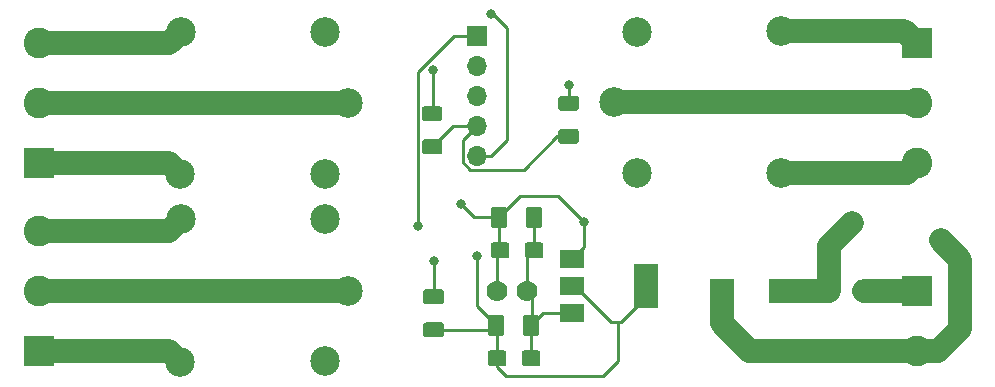
<source format=gbr>
G04 #@! TF.GenerationSoftware,KiCad,Pcbnew,(5.1.2)-2*
G04 #@! TF.CreationDate,2020-09-07T14:07:52+02:00*
G04 #@! TF.ProjectId,KernadouDomoRelay,4b65726e-6164-46f7-9544-6f6d6f52656c,0.1*
G04 #@! TF.SameCoordinates,Original*
G04 #@! TF.FileFunction,Copper,L2,Bot*
G04 #@! TF.FilePolarity,Positive*
%FSLAX46Y46*%
G04 Gerber Fmt 4.6, Leading zero omitted, Abs format (unit mm)*
G04 Created by KiCad (PCBNEW (5.1.2)-2) date 2020-09-07 14:07:52*
%MOMM*%
%LPD*%
G04 APERTURE LIST*
%ADD10O,1.700000X1.700000*%
%ADD11R,1.700000X1.700000*%
%ADD12C,0.100000*%
%ADD13C,1.350000*%
%ADD14R,2.000000X2.000000*%
%ADD15C,1.778000*%
%ADD16C,1.800000*%
%ADD17C,1.250000*%
%ADD18C,2.500000*%
%ADD19C,2.600000*%
%ADD20R,2.600000X2.600000*%
%ADD21C,1.425000*%
%ADD22R,2.000000X1.500000*%
%ADD23R,2.000000X3.800000*%
%ADD24C,0.800000*%
%ADD25C,0.250000*%
%ADD26C,2.000000*%
G04 APERTURE END LIST*
D10*
X64389000Y-47625000D03*
X64389000Y-45085000D03*
X64389000Y-42545000D03*
X64389000Y-40005000D03*
D11*
X64389000Y-37465000D03*
D12*
G36*
X69777005Y-54952204D02*
G01*
X69801273Y-54955804D01*
X69825072Y-54961765D01*
X69848171Y-54970030D01*
X69870350Y-54980520D01*
X69891393Y-54993132D01*
X69911099Y-55007747D01*
X69929277Y-55024223D01*
X69945753Y-55042401D01*
X69960368Y-55062107D01*
X69972980Y-55083150D01*
X69983470Y-55105329D01*
X69991735Y-55128428D01*
X69997696Y-55152227D01*
X70001296Y-55176495D01*
X70002500Y-55200999D01*
X70002500Y-56051001D01*
X70001296Y-56075505D01*
X69997696Y-56099773D01*
X69991735Y-56123572D01*
X69983470Y-56146671D01*
X69972980Y-56168850D01*
X69960368Y-56189893D01*
X69945753Y-56209599D01*
X69929277Y-56227777D01*
X69911099Y-56244253D01*
X69891393Y-56258868D01*
X69870350Y-56271480D01*
X69848171Y-56281970D01*
X69825072Y-56290235D01*
X69801273Y-56296196D01*
X69777005Y-56299796D01*
X69752501Y-56301000D01*
X68677499Y-56301000D01*
X68652995Y-56299796D01*
X68628727Y-56296196D01*
X68604928Y-56290235D01*
X68581829Y-56281970D01*
X68559650Y-56271480D01*
X68538607Y-56258868D01*
X68518901Y-56244253D01*
X68500723Y-56227777D01*
X68484247Y-56209599D01*
X68469632Y-56189893D01*
X68457020Y-56168850D01*
X68446530Y-56146671D01*
X68438265Y-56123572D01*
X68432304Y-56099773D01*
X68428704Y-56075505D01*
X68427500Y-56051001D01*
X68427500Y-55200999D01*
X68428704Y-55176495D01*
X68432304Y-55152227D01*
X68438265Y-55128428D01*
X68446530Y-55105329D01*
X68457020Y-55083150D01*
X68469632Y-55062107D01*
X68484247Y-55042401D01*
X68500723Y-55024223D01*
X68518901Y-55007747D01*
X68538607Y-54993132D01*
X68559650Y-54980520D01*
X68581829Y-54970030D01*
X68604928Y-54961765D01*
X68628727Y-54955804D01*
X68652995Y-54952204D01*
X68677499Y-54951000D01*
X69752501Y-54951000D01*
X69777005Y-54952204D01*
X69777005Y-54952204D01*
G37*
D13*
X69215000Y-55626000D03*
D12*
G36*
X66902005Y-54952204D02*
G01*
X66926273Y-54955804D01*
X66950072Y-54961765D01*
X66973171Y-54970030D01*
X66995350Y-54980520D01*
X67016393Y-54993132D01*
X67036099Y-55007747D01*
X67054277Y-55024223D01*
X67070753Y-55042401D01*
X67085368Y-55062107D01*
X67097980Y-55083150D01*
X67108470Y-55105329D01*
X67116735Y-55128428D01*
X67122696Y-55152227D01*
X67126296Y-55176495D01*
X67127500Y-55200999D01*
X67127500Y-56051001D01*
X67126296Y-56075505D01*
X67122696Y-56099773D01*
X67116735Y-56123572D01*
X67108470Y-56146671D01*
X67097980Y-56168850D01*
X67085368Y-56189893D01*
X67070753Y-56209599D01*
X67054277Y-56227777D01*
X67036099Y-56244253D01*
X67016393Y-56258868D01*
X66995350Y-56271480D01*
X66973171Y-56281970D01*
X66950072Y-56290235D01*
X66926273Y-56296196D01*
X66902005Y-56299796D01*
X66877501Y-56301000D01*
X65802499Y-56301000D01*
X65777995Y-56299796D01*
X65753727Y-56296196D01*
X65729928Y-56290235D01*
X65706829Y-56281970D01*
X65684650Y-56271480D01*
X65663607Y-56258868D01*
X65643901Y-56244253D01*
X65625723Y-56227777D01*
X65609247Y-56209599D01*
X65594632Y-56189893D01*
X65582020Y-56168850D01*
X65571530Y-56146671D01*
X65563265Y-56123572D01*
X65557304Y-56099773D01*
X65553704Y-56075505D01*
X65552500Y-56051001D01*
X65552500Y-55200999D01*
X65553704Y-55176495D01*
X65557304Y-55152227D01*
X65563265Y-55128428D01*
X65571530Y-55105329D01*
X65582020Y-55083150D01*
X65594632Y-55062107D01*
X65609247Y-55042401D01*
X65625723Y-55024223D01*
X65643901Y-55007747D01*
X65663607Y-54993132D01*
X65684650Y-54980520D01*
X65706829Y-54970030D01*
X65729928Y-54961765D01*
X65753727Y-54955804D01*
X65777995Y-54952204D01*
X65802499Y-54951000D01*
X66877501Y-54951000D01*
X66902005Y-54952204D01*
X66902005Y-54952204D01*
G37*
D13*
X66340000Y-55626000D03*
D12*
G36*
X69523005Y-64096204D02*
G01*
X69547273Y-64099804D01*
X69571072Y-64105765D01*
X69594171Y-64114030D01*
X69616350Y-64124520D01*
X69637393Y-64137132D01*
X69657099Y-64151747D01*
X69675277Y-64168223D01*
X69691753Y-64186401D01*
X69706368Y-64206107D01*
X69718980Y-64227150D01*
X69729470Y-64249329D01*
X69737735Y-64272428D01*
X69743696Y-64296227D01*
X69747296Y-64320495D01*
X69748500Y-64344999D01*
X69748500Y-65195001D01*
X69747296Y-65219505D01*
X69743696Y-65243773D01*
X69737735Y-65267572D01*
X69729470Y-65290671D01*
X69718980Y-65312850D01*
X69706368Y-65333893D01*
X69691753Y-65353599D01*
X69675277Y-65371777D01*
X69657099Y-65388253D01*
X69637393Y-65402868D01*
X69616350Y-65415480D01*
X69594171Y-65425970D01*
X69571072Y-65434235D01*
X69547273Y-65440196D01*
X69523005Y-65443796D01*
X69498501Y-65445000D01*
X68423499Y-65445000D01*
X68398995Y-65443796D01*
X68374727Y-65440196D01*
X68350928Y-65434235D01*
X68327829Y-65425970D01*
X68305650Y-65415480D01*
X68284607Y-65402868D01*
X68264901Y-65388253D01*
X68246723Y-65371777D01*
X68230247Y-65353599D01*
X68215632Y-65333893D01*
X68203020Y-65312850D01*
X68192530Y-65290671D01*
X68184265Y-65267572D01*
X68178304Y-65243773D01*
X68174704Y-65219505D01*
X68173500Y-65195001D01*
X68173500Y-64344999D01*
X68174704Y-64320495D01*
X68178304Y-64296227D01*
X68184265Y-64272428D01*
X68192530Y-64249329D01*
X68203020Y-64227150D01*
X68215632Y-64206107D01*
X68230247Y-64186401D01*
X68246723Y-64168223D01*
X68264901Y-64151747D01*
X68284607Y-64137132D01*
X68305650Y-64124520D01*
X68327829Y-64114030D01*
X68350928Y-64105765D01*
X68374727Y-64099804D01*
X68398995Y-64096204D01*
X68423499Y-64095000D01*
X69498501Y-64095000D01*
X69523005Y-64096204D01*
X69523005Y-64096204D01*
G37*
D13*
X68961000Y-64770000D03*
D12*
G36*
X66648005Y-64096204D02*
G01*
X66672273Y-64099804D01*
X66696072Y-64105765D01*
X66719171Y-64114030D01*
X66741350Y-64124520D01*
X66762393Y-64137132D01*
X66782099Y-64151747D01*
X66800277Y-64168223D01*
X66816753Y-64186401D01*
X66831368Y-64206107D01*
X66843980Y-64227150D01*
X66854470Y-64249329D01*
X66862735Y-64272428D01*
X66868696Y-64296227D01*
X66872296Y-64320495D01*
X66873500Y-64344999D01*
X66873500Y-65195001D01*
X66872296Y-65219505D01*
X66868696Y-65243773D01*
X66862735Y-65267572D01*
X66854470Y-65290671D01*
X66843980Y-65312850D01*
X66831368Y-65333893D01*
X66816753Y-65353599D01*
X66800277Y-65371777D01*
X66782099Y-65388253D01*
X66762393Y-65402868D01*
X66741350Y-65415480D01*
X66719171Y-65425970D01*
X66696072Y-65434235D01*
X66672273Y-65440196D01*
X66648005Y-65443796D01*
X66623501Y-65445000D01*
X65548499Y-65445000D01*
X65523995Y-65443796D01*
X65499727Y-65440196D01*
X65475928Y-65434235D01*
X65452829Y-65425970D01*
X65430650Y-65415480D01*
X65409607Y-65402868D01*
X65389901Y-65388253D01*
X65371723Y-65371777D01*
X65355247Y-65353599D01*
X65340632Y-65333893D01*
X65328020Y-65312850D01*
X65317530Y-65290671D01*
X65309265Y-65267572D01*
X65303304Y-65243773D01*
X65299704Y-65219505D01*
X65298500Y-65195001D01*
X65298500Y-64344999D01*
X65299704Y-64320495D01*
X65303304Y-64296227D01*
X65309265Y-64272428D01*
X65317530Y-64249329D01*
X65328020Y-64227150D01*
X65340632Y-64206107D01*
X65355247Y-64186401D01*
X65371723Y-64168223D01*
X65389901Y-64151747D01*
X65409607Y-64137132D01*
X65430650Y-64124520D01*
X65452829Y-64114030D01*
X65475928Y-64105765D01*
X65499727Y-64099804D01*
X65523995Y-64096204D01*
X65548499Y-64095000D01*
X66623501Y-64095000D01*
X66648005Y-64096204D01*
X66648005Y-64096204D01*
G37*
D13*
X66086000Y-64770000D03*
D14*
X85091000Y-59054000D03*
X90091000Y-59054000D03*
D15*
X68591000Y-59054000D03*
X66091000Y-59054000D03*
D16*
X103639000Y-54790000D03*
X96139000Y-53340000D03*
D12*
G36*
X72785504Y-42553204D02*
G01*
X72809773Y-42556804D01*
X72833571Y-42562765D01*
X72856671Y-42571030D01*
X72878849Y-42581520D01*
X72899893Y-42594133D01*
X72919598Y-42608747D01*
X72937777Y-42625223D01*
X72954253Y-42643402D01*
X72968867Y-42663107D01*
X72981480Y-42684151D01*
X72991970Y-42706329D01*
X73000235Y-42729429D01*
X73006196Y-42753227D01*
X73009796Y-42777496D01*
X73011000Y-42802000D01*
X73011000Y-43552000D01*
X73009796Y-43576504D01*
X73006196Y-43600773D01*
X73000235Y-43624571D01*
X72991970Y-43647671D01*
X72981480Y-43669849D01*
X72968867Y-43690893D01*
X72954253Y-43710598D01*
X72937777Y-43728777D01*
X72919598Y-43745253D01*
X72899893Y-43759867D01*
X72878849Y-43772480D01*
X72856671Y-43782970D01*
X72833571Y-43791235D01*
X72809773Y-43797196D01*
X72785504Y-43800796D01*
X72761000Y-43802000D01*
X71511000Y-43802000D01*
X71486496Y-43800796D01*
X71462227Y-43797196D01*
X71438429Y-43791235D01*
X71415329Y-43782970D01*
X71393151Y-43772480D01*
X71372107Y-43759867D01*
X71352402Y-43745253D01*
X71334223Y-43728777D01*
X71317747Y-43710598D01*
X71303133Y-43690893D01*
X71290520Y-43669849D01*
X71280030Y-43647671D01*
X71271765Y-43624571D01*
X71265804Y-43600773D01*
X71262204Y-43576504D01*
X71261000Y-43552000D01*
X71261000Y-42802000D01*
X71262204Y-42777496D01*
X71265804Y-42753227D01*
X71271765Y-42729429D01*
X71280030Y-42706329D01*
X71290520Y-42684151D01*
X71303133Y-42663107D01*
X71317747Y-42643402D01*
X71334223Y-42625223D01*
X71352402Y-42608747D01*
X71372107Y-42594133D01*
X71393151Y-42581520D01*
X71415329Y-42571030D01*
X71438429Y-42562765D01*
X71462227Y-42556804D01*
X71486496Y-42553204D01*
X71511000Y-42552000D01*
X72761000Y-42552000D01*
X72785504Y-42553204D01*
X72785504Y-42553204D01*
G37*
D17*
X72136000Y-43177000D03*
D12*
G36*
X72785504Y-45353204D02*
G01*
X72809773Y-45356804D01*
X72833571Y-45362765D01*
X72856671Y-45371030D01*
X72878849Y-45381520D01*
X72899893Y-45394133D01*
X72919598Y-45408747D01*
X72937777Y-45425223D01*
X72954253Y-45443402D01*
X72968867Y-45463107D01*
X72981480Y-45484151D01*
X72991970Y-45506329D01*
X73000235Y-45529429D01*
X73006196Y-45553227D01*
X73009796Y-45577496D01*
X73011000Y-45602000D01*
X73011000Y-46352000D01*
X73009796Y-46376504D01*
X73006196Y-46400773D01*
X73000235Y-46424571D01*
X72991970Y-46447671D01*
X72981480Y-46469849D01*
X72968867Y-46490893D01*
X72954253Y-46510598D01*
X72937777Y-46528777D01*
X72919598Y-46545253D01*
X72899893Y-46559867D01*
X72878849Y-46572480D01*
X72856671Y-46582970D01*
X72833571Y-46591235D01*
X72809773Y-46597196D01*
X72785504Y-46600796D01*
X72761000Y-46602000D01*
X71511000Y-46602000D01*
X71486496Y-46600796D01*
X71462227Y-46597196D01*
X71438429Y-46591235D01*
X71415329Y-46582970D01*
X71393151Y-46572480D01*
X71372107Y-46559867D01*
X71352402Y-46545253D01*
X71334223Y-46528777D01*
X71317747Y-46510598D01*
X71303133Y-46490893D01*
X71290520Y-46469849D01*
X71280030Y-46447671D01*
X71271765Y-46424571D01*
X71265804Y-46400773D01*
X71262204Y-46376504D01*
X71261000Y-46352000D01*
X71261000Y-45602000D01*
X71262204Y-45577496D01*
X71265804Y-45553227D01*
X71271765Y-45529429D01*
X71280030Y-45506329D01*
X71290520Y-45484151D01*
X71303133Y-45463107D01*
X71317747Y-45443402D01*
X71334223Y-45425223D01*
X71352402Y-45408747D01*
X71372107Y-45394133D01*
X71393151Y-45381520D01*
X71415329Y-45371030D01*
X71438429Y-45362765D01*
X71462227Y-45356804D01*
X71486496Y-45353204D01*
X71511000Y-45352000D01*
X72761000Y-45352000D01*
X72785504Y-45353204D01*
X72785504Y-45353204D01*
G37*
D17*
X72136000Y-45977000D03*
D12*
G36*
X61355504Y-58933204D02*
G01*
X61379773Y-58936804D01*
X61403571Y-58942765D01*
X61426671Y-58951030D01*
X61448849Y-58961520D01*
X61469893Y-58974133D01*
X61489598Y-58988747D01*
X61507777Y-59005223D01*
X61524253Y-59023402D01*
X61538867Y-59043107D01*
X61551480Y-59064151D01*
X61561970Y-59086329D01*
X61570235Y-59109429D01*
X61576196Y-59133227D01*
X61579796Y-59157496D01*
X61581000Y-59182000D01*
X61581000Y-59932000D01*
X61579796Y-59956504D01*
X61576196Y-59980773D01*
X61570235Y-60004571D01*
X61561970Y-60027671D01*
X61551480Y-60049849D01*
X61538867Y-60070893D01*
X61524253Y-60090598D01*
X61507777Y-60108777D01*
X61489598Y-60125253D01*
X61469893Y-60139867D01*
X61448849Y-60152480D01*
X61426671Y-60162970D01*
X61403571Y-60171235D01*
X61379773Y-60177196D01*
X61355504Y-60180796D01*
X61331000Y-60182000D01*
X60081000Y-60182000D01*
X60056496Y-60180796D01*
X60032227Y-60177196D01*
X60008429Y-60171235D01*
X59985329Y-60162970D01*
X59963151Y-60152480D01*
X59942107Y-60139867D01*
X59922402Y-60125253D01*
X59904223Y-60108777D01*
X59887747Y-60090598D01*
X59873133Y-60070893D01*
X59860520Y-60049849D01*
X59850030Y-60027671D01*
X59841765Y-60004571D01*
X59835804Y-59980773D01*
X59832204Y-59956504D01*
X59831000Y-59932000D01*
X59831000Y-59182000D01*
X59832204Y-59157496D01*
X59835804Y-59133227D01*
X59841765Y-59109429D01*
X59850030Y-59086329D01*
X59860520Y-59064151D01*
X59873133Y-59043107D01*
X59887747Y-59023402D01*
X59904223Y-59005223D01*
X59922402Y-58988747D01*
X59942107Y-58974133D01*
X59963151Y-58961520D01*
X59985329Y-58951030D01*
X60008429Y-58942765D01*
X60032227Y-58936804D01*
X60056496Y-58933204D01*
X60081000Y-58932000D01*
X61331000Y-58932000D01*
X61355504Y-58933204D01*
X61355504Y-58933204D01*
G37*
D17*
X60706000Y-59557000D03*
D12*
G36*
X61355504Y-61733204D02*
G01*
X61379773Y-61736804D01*
X61403571Y-61742765D01*
X61426671Y-61751030D01*
X61448849Y-61761520D01*
X61469893Y-61774133D01*
X61489598Y-61788747D01*
X61507777Y-61805223D01*
X61524253Y-61823402D01*
X61538867Y-61843107D01*
X61551480Y-61864151D01*
X61561970Y-61886329D01*
X61570235Y-61909429D01*
X61576196Y-61933227D01*
X61579796Y-61957496D01*
X61581000Y-61982000D01*
X61581000Y-62732000D01*
X61579796Y-62756504D01*
X61576196Y-62780773D01*
X61570235Y-62804571D01*
X61561970Y-62827671D01*
X61551480Y-62849849D01*
X61538867Y-62870893D01*
X61524253Y-62890598D01*
X61507777Y-62908777D01*
X61489598Y-62925253D01*
X61469893Y-62939867D01*
X61448849Y-62952480D01*
X61426671Y-62962970D01*
X61403571Y-62971235D01*
X61379773Y-62977196D01*
X61355504Y-62980796D01*
X61331000Y-62982000D01*
X60081000Y-62982000D01*
X60056496Y-62980796D01*
X60032227Y-62977196D01*
X60008429Y-62971235D01*
X59985329Y-62962970D01*
X59963151Y-62952480D01*
X59942107Y-62939867D01*
X59922402Y-62925253D01*
X59904223Y-62908777D01*
X59887747Y-62890598D01*
X59873133Y-62870893D01*
X59860520Y-62849849D01*
X59850030Y-62827671D01*
X59841765Y-62804571D01*
X59835804Y-62780773D01*
X59832204Y-62756504D01*
X59831000Y-62732000D01*
X59831000Y-61982000D01*
X59832204Y-61957496D01*
X59835804Y-61933227D01*
X59841765Y-61909429D01*
X59850030Y-61886329D01*
X59860520Y-61864151D01*
X59873133Y-61843107D01*
X59887747Y-61823402D01*
X59904223Y-61805223D01*
X59922402Y-61788747D01*
X59942107Y-61774133D01*
X59963151Y-61761520D01*
X59985329Y-61751030D01*
X60008429Y-61742765D01*
X60032227Y-61736804D01*
X60056496Y-61733204D01*
X60081000Y-61732000D01*
X61331000Y-61732000D01*
X61355504Y-61733204D01*
X61355504Y-61733204D01*
G37*
D17*
X60706000Y-62357000D03*
D18*
X75946000Y-43053000D03*
X77896000Y-37103000D03*
X90146000Y-37053000D03*
X90096000Y-49103000D03*
X77896000Y-49103000D03*
X53467000Y-59055000D03*
X51517000Y-65005000D03*
X39267000Y-65055000D03*
X39317000Y-53005000D03*
X51517000Y-53005000D03*
D19*
X101600000Y-48260000D03*
X101600000Y-43180000D03*
D20*
X101600000Y-38100000D03*
D19*
X101600000Y-64135000D03*
D20*
X101600000Y-59055000D03*
D19*
X27305000Y-53975000D03*
X27305000Y-59055000D03*
D20*
X27305000Y-64135000D03*
D19*
X27305000Y-38100000D03*
X27305000Y-43180000D03*
D20*
X27305000Y-48260000D03*
D12*
G36*
X94667004Y-58181204D02*
G01*
X94691273Y-58184804D01*
X94715071Y-58190765D01*
X94738171Y-58199030D01*
X94760349Y-58209520D01*
X94781393Y-58222133D01*
X94801098Y-58236747D01*
X94819277Y-58253223D01*
X94835753Y-58271402D01*
X94850367Y-58291107D01*
X94862980Y-58312151D01*
X94873470Y-58334329D01*
X94881735Y-58357429D01*
X94887696Y-58381227D01*
X94891296Y-58405496D01*
X94892500Y-58430000D01*
X94892500Y-59680000D01*
X94891296Y-59704504D01*
X94887696Y-59728773D01*
X94881735Y-59752571D01*
X94873470Y-59775671D01*
X94862980Y-59797849D01*
X94850367Y-59818893D01*
X94835753Y-59838598D01*
X94819277Y-59856777D01*
X94801098Y-59873253D01*
X94781393Y-59887867D01*
X94760349Y-59900480D01*
X94738171Y-59910970D01*
X94715071Y-59919235D01*
X94691273Y-59925196D01*
X94667004Y-59928796D01*
X94642500Y-59930000D01*
X93717500Y-59930000D01*
X93692996Y-59928796D01*
X93668727Y-59925196D01*
X93644929Y-59919235D01*
X93621829Y-59910970D01*
X93599651Y-59900480D01*
X93578607Y-59887867D01*
X93558902Y-59873253D01*
X93540723Y-59856777D01*
X93524247Y-59838598D01*
X93509633Y-59818893D01*
X93497020Y-59797849D01*
X93486530Y-59775671D01*
X93478265Y-59752571D01*
X93472304Y-59728773D01*
X93468704Y-59704504D01*
X93467500Y-59680000D01*
X93467500Y-58430000D01*
X93468704Y-58405496D01*
X93472304Y-58381227D01*
X93478265Y-58357429D01*
X93486530Y-58334329D01*
X93497020Y-58312151D01*
X93509633Y-58291107D01*
X93524247Y-58271402D01*
X93540723Y-58253223D01*
X93558902Y-58236747D01*
X93578607Y-58222133D01*
X93599651Y-58209520D01*
X93621829Y-58199030D01*
X93644929Y-58190765D01*
X93668727Y-58184804D01*
X93692996Y-58181204D01*
X93717500Y-58180000D01*
X94642500Y-58180000D01*
X94667004Y-58181204D01*
X94667004Y-58181204D01*
G37*
D21*
X94180000Y-59055000D03*
D12*
G36*
X97642004Y-58181204D02*
G01*
X97666273Y-58184804D01*
X97690071Y-58190765D01*
X97713171Y-58199030D01*
X97735349Y-58209520D01*
X97756393Y-58222133D01*
X97776098Y-58236747D01*
X97794277Y-58253223D01*
X97810753Y-58271402D01*
X97825367Y-58291107D01*
X97837980Y-58312151D01*
X97848470Y-58334329D01*
X97856735Y-58357429D01*
X97862696Y-58381227D01*
X97866296Y-58405496D01*
X97867500Y-58430000D01*
X97867500Y-59680000D01*
X97866296Y-59704504D01*
X97862696Y-59728773D01*
X97856735Y-59752571D01*
X97848470Y-59775671D01*
X97837980Y-59797849D01*
X97825367Y-59818893D01*
X97810753Y-59838598D01*
X97794277Y-59856777D01*
X97776098Y-59873253D01*
X97756393Y-59887867D01*
X97735349Y-59900480D01*
X97713171Y-59910970D01*
X97690071Y-59919235D01*
X97666273Y-59925196D01*
X97642004Y-59928796D01*
X97617500Y-59930000D01*
X96692500Y-59930000D01*
X96667996Y-59928796D01*
X96643727Y-59925196D01*
X96619929Y-59919235D01*
X96596829Y-59910970D01*
X96574651Y-59900480D01*
X96553607Y-59887867D01*
X96533902Y-59873253D01*
X96515723Y-59856777D01*
X96499247Y-59838598D01*
X96484633Y-59818893D01*
X96472020Y-59797849D01*
X96461530Y-59775671D01*
X96453265Y-59752571D01*
X96447304Y-59728773D01*
X96443704Y-59704504D01*
X96442500Y-59680000D01*
X96442500Y-58430000D01*
X96443704Y-58405496D01*
X96447304Y-58381227D01*
X96453265Y-58357429D01*
X96461530Y-58334329D01*
X96472020Y-58312151D01*
X96484633Y-58291107D01*
X96499247Y-58271402D01*
X96515723Y-58253223D01*
X96533902Y-58236747D01*
X96553607Y-58222133D01*
X96574651Y-58209520D01*
X96596829Y-58199030D01*
X96619929Y-58190765D01*
X96643727Y-58184804D01*
X96667996Y-58181204D01*
X96692500Y-58180000D01*
X97617500Y-58180000D01*
X97642004Y-58181204D01*
X97642004Y-58181204D01*
G37*
D21*
X97155000Y-59055000D03*
D12*
G36*
X69702004Y-51958204D02*
G01*
X69726273Y-51961804D01*
X69750071Y-51967765D01*
X69773171Y-51976030D01*
X69795349Y-51986520D01*
X69816393Y-51999133D01*
X69836098Y-52013747D01*
X69854277Y-52030223D01*
X69870753Y-52048402D01*
X69885367Y-52068107D01*
X69897980Y-52089151D01*
X69908470Y-52111329D01*
X69916735Y-52134429D01*
X69922696Y-52158227D01*
X69926296Y-52182496D01*
X69927500Y-52207000D01*
X69927500Y-53457000D01*
X69926296Y-53481504D01*
X69922696Y-53505773D01*
X69916735Y-53529571D01*
X69908470Y-53552671D01*
X69897980Y-53574849D01*
X69885367Y-53595893D01*
X69870753Y-53615598D01*
X69854277Y-53633777D01*
X69836098Y-53650253D01*
X69816393Y-53664867D01*
X69795349Y-53677480D01*
X69773171Y-53687970D01*
X69750071Y-53696235D01*
X69726273Y-53702196D01*
X69702004Y-53705796D01*
X69677500Y-53707000D01*
X68752500Y-53707000D01*
X68727996Y-53705796D01*
X68703727Y-53702196D01*
X68679929Y-53696235D01*
X68656829Y-53687970D01*
X68634651Y-53677480D01*
X68613607Y-53664867D01*
X68593902Y-53650253D01*
X68575723Y-53633777D01*
X68559247Y-53615598D01*
X68544633Y-53595893D01*
X68532020Y-53574849D01*
X68521530Y-53552671D01*
X68513265Y-53529571D01*
X68507304Y-53505773D01*
X68503704Y-53481504D01*
X68502500Y-53457000D01*
X68502500Y-52207000D01*
X68503704Y-52182496D01*
X68507304Y-52158227D01*
X68513265Y-52134429D01*
X68521530Y-52111329D01*
X68532020Y-52089151D01*
X68544633Y-52068107D01*
X68559247Y-52048402D01*
X68575723Y-52030223D01*
X68593902Y-52013747D01*
X68613607Y-51999133D01*
X68634651Y-51986520D01*
X68656829Y-51976030D01*
X68679929Y-51967765D01*
X68703727Y-51961804D01*
X68727996Y-51958204D01*
X68752500Y-51957000D01*
X69677500Y-51957000D01*
X69702004Y-51958204D01*
X69702004Y-51958204D01*
G37*
D21*
X69215000Y-52832000D03*
D12*
G36*
X66727004Y-51958204D02*
G01*
X66751273Y-51961804D01*
X66775071Y-51967765D01*
X66798171Y-51976030D01*
X66820349Y-51986520D01*
X66841393Y-51999133D01*
X66861098Y-52013747D01*
X66879277Y-52030223D01*
X66895753Y-52048402D01*
X66910367Y-52068107D01*
X66922980Y-52089151D01*
X66933470Y-52111329D01*
X66941735Y-52134429D01*
X66947696Y-52158227D01*
X66951296Y-52182496D01*
X66952500Y-52207000D01*
X66952500Y-53457000D01*
X66951296Y-53481504D01*
X66947696Y-53505773D01*
X66941735Y-53529571D01*
X66933470Y-53552671D01*
X66922980Y-53574849D01*
X66910367Y-53595893D01*
X66895753Y-53615598D01*
X66879277Y-53633777D01*
X66861098Y-53650253D01*
X66841393Y-53664867D01*
X66820349Y-53677480D01*
X66798171Y-53687970D01*
X66775071Y-53696235D01*
X66751273Y-53702196D01*
X66727004Y-53705796D01*
X66702500Y-53707000D01*
X65777500Y-53707000D01*
X65752996Y-53705796D01*
X65728727Y-53702196D01*
X65704929Y-53696235D01*
X65681829Y-53687970D01*
X65659651Y-53677480D01*
X65638607Y-53664867D01*
X65618902Y-53650253D01*
X65600723Y-53633777D01*
X65584247Y-53615598D01*
X65569633Y-53595893D01*
X65557020Y-53574849D01*
X65546530Y-53552671D01*
X65538265Y-53529571D01*
X65532304Y-53505773D01*
X65528704Y-53481504D01*
X65527500Y-53457000D01*
X65527500Y-52207000D01*
X65528704Y-52182496D01*
X65532304Y-52158227D01*
X65538265Y-52134429D01*
X65546530Y-52111329D01*
X65557020Y-52089151D01*
X65569633Y-52068107D01*
X65584247Y-52048402D01*
X65600723Y-52030223D01*
X65618902Y-52013747D01*
X65638607Y-51999133D01*
X65659651Y-51986520D01*
X65681829Y-51976030D01*
X65704929Y-51967765D01*
X65728727Y-51961804D01*
X65752996Y-51958204D01*
X65777500Y-51957000D01*
X66702500Y-51957000D01*
X66727004Y-51958204D01*
X66727004Y-51958204D01*
G37*
D21*
X66240000Y-52832000D03*
D12*
G36*
X69448004Y-61102204D02*
G01*
X69472273Y-61105804D01*
X69496071Y-61111765D01*
X69519171Y-61120030D01*
X69541349Y-61130520D01*
X69562393Y-61143133D01*
X69582098Y-61157747D01*
X69600277Y-61174223D01*
X69616753Y-61192402D01*
X69631367Y-61212107D01*
X69643980Y-61233151D01*
X69654470Y-61255329D01*
X69662735Y-61278429D01*
X69668696Y-61302227D01*
X69672296Y-61326496D01*
X69673500Y-61351000D01*
X69673500Y-62601000D01*
X69672296Y-62625504D01*
X69668696Y-62649773D01*
X69662735Y-62673571D01*
X69654470Y-62696671D01*
X69643980Y-62718849D01*
X69631367Y-62739893D01*
X69616753Y-62759598D01*
X69600277Y-62777777D01*
X69582098Y-62794253D01*
X69562393Y-62808867D01*
X69541349Y-62821480D01*
X69519171Y-62831970D01*
X69496071Y-62840235D01*
X69472273Y-62846196D01*
X69448004Y-62849796D01*
X69423500Y-62851000D01*
X68498500Y-62851000D01*
X68473996Y-62849796D01*
X68449727Y-62846196D01*
X68425929Y-62840235D01*
X68402829Y-62831970D01*
X68380651Y-62821480D01*
X68359607Y-62808867D01*
X68339902Y-62794253D01*
X68321723Y-62777777D01*
X68305247Y-62759598D01*
X68290633Y-62739893D01*
X68278020Y-62718849D01*
X68267530Y-62696671D01*
X68259265Y-62673571D01*
X68253304Y-62649773D01*
X68249704Y-62625504D01*
X68248500Y-62601000D01*
X68248500Y-61351000D01*
X68249704Y-61326496D01*
X68253304Y-61302227D01*
X68259265Y-61278429D01*
X68267530Y-61255329D01*
X68278020Y-61233151D01*
X68290633Y-61212107D01*
X68305247Y-61192402D01*
X68321723Y-61174223D01*
X68339902Y-61157747D01*
X68359607Y-61143133D01*
X68380651Y-61130520D01*
X68402829Y-61120030D01*
X68425929Y-61111765D01*
X68449727Y-61105804D01*
X68473996Y-61102204D01*
X68498500Y-61101000D01*
X69423500Y-61101000D01*
X69448004Y-61102204D01*
X69448004Y-61102204D01*
G37*
D21*
X68961000Y-61976000D03*
D12*
G36*
X66473004Y-61102204D02*
G01*
X66497273Y-61105804D01*
X66521071Y-61111765D01*
X66544171Y-61120030D01*
X66566349Y-61130520D01*
X66587393Y-61143133D01*
X66607098Y-61157747D01*
X66625277Y-61174223D01*
X66641753Y-61192402D01*
X66656367Y-61212107D01*
X66668980Y-61233151D01*
X66679470Y-61255329D01*
X66687735Y-61278429D01*
X66693696Y-61302227D01*
X66697296Y-61326496D01*
X66698500Y-61351000D01*
X66698500Y-62601000D01*
X66697296Y-62625504D01*
X66693696Y-62649773D01*
X66687735Y-62673571D01*
X66679470Y-62696671D01*
X66668980Y-62718849D01*
X66656367Y-62739893D01*
X66641753Y-62759598D01*
X66625277Y-62777777D01*
X66607098Y-62794253D01*
X66587393Y-62808867D01*
X66566349Y-62821480D01*
X66544171Y-62831970D01*
X66521071Y-62840235D01*
X66497273Y-62846196D01*
X66473004Y-62849796D01*
X66448500Y-62851000D01*
X65523500Y-62851000D01*
X65498996Y-62849796D01*
X65474727Y-62846196D01*
X65450929Y-62840235D01*
X65427829Y-62831970D01*
X65405651Y-62821480D01*
X65384607Y-62808867D01*
X65364902Y-62794253D01*
X65346723Y-62777777D01*
X65330247Y-62759598D01*
X65315633Y-62739893D01*
X65303020Y-62718849D01*
X65292530Y-62696671D01*
X65284265Y-62673571D01*
X65278304Y-62649773D01*
X65274704Y-62625504D01*
X65273500Y-62601000D01*
X65273500Y-61351000D01*
X65274704Y-61326496D01*
X65278304Y-61302227D01*
X65284265Y-61278429D01*
X65292530Y-61255329D01*
X65303020Y-61233151D01*
X65315633Y-61212107D01*
X65330247Y-61192402D01*
X65346723Y-61174223D01*
X65364902Y-61157747D01*
X65384607Y-61143133D01*
X65405651Y-61130520D01*
X65427829Y-61120030D01*
X65450929Y-61111765D01*
X65474727Y-61105804D01*
X65498996Y-61102204D01*
X65523500Y-61101000D01*
X66448500Y-61101000D01*
X66473004Y-61102204D01*
X66473004Y-61102204D01*
G37*
D21*
X65986000Y-61976000D03*
D22*
X72415000Y-60974000D03*
X72415000Y-56374000D03*
X72415000Y-58674000D03*
D23*
X78715000Y-58674000D03*
D12*
G36*
X61228504Y-43442204D02*
G01*
X61252773Y-43445804D01*
X61276571Y-43451765D01*
X61299671Y-43460030D01*
X61321849Y-43470520D01*
X61342893Y-43483133D01*
X61362598Y-43497747D01*
X61380777Y-43514223D01*
X61397253Y-43532402D01*
X61411867Y-43552107D01*
X61424480Y-43573151D01*
X61434970Y-43595329D01*
X61443235Y-43618429D01*
X61449196Y-43642227D01*
X61452796Y-43666496D01*
X61454000Y-43691000D01*
X61454000Y-44441000D01*
X61452796Y-44465504D01*
X61449196Y-44489773D01*
X61443235Y-44513571D01*
X61434970Y-44536671D01*
X61424480Y-44558849D01*
X61411867Y-44579893D01*
X61397253Y-44599598D01*
X61380777Y-44617777D01*
X61362598Y-44634253D01*
X61342893Y-44648867D01*
X61321849Y-44661480D01*
X61299671Y-44671970D01*
X61276571Y-44680235D01*
X61252773Y-44686196D01*
X61228504Y-44689796D01*
X61204000Y-44691000D01*
X59954000Y-44691000D01*
X59929496Y-44689796D01*
X59905227Y-44686196D01*
X59881429Y-44680235D01*
X59858329Y-44671970D01*
X59836151Y-44661480D01*
X59815107Y-44648867D01*
X59795402Y-44634253D01*
X59777223Y-44617777D01*
X59760747Y-44599598D01*
X59746133Y-44579893D01*
X59733520Y-44558849D01*
X59723030Y-44536671D01*
X59714765Y-44513571D01*
X59708804Y-44489773D01*
X59705204Y-44465504D01*
X59704000Y-44441000D01*
X59704000Y-43691000D01*
X59705204Y-43666496D01*
X59708804Y-43642227D01*
X59714765Y-43618429D01*
X59723030Y-43595329D01*
X59733520Y-43573151D01*
X59746133Y-43552107D01*
X59760747Y-43532402D01*
X59777223Y-43514223D01*
X59795402Y-43497747D01*
X59815107Y-43483133D01*
X59836151Y-43470520D01*
X59858329Y-43460030D01*
X59881429Y-43451765D01*
X59905227Y-43445804D01*
X59929496Y-43442204D01*
X59954000Y-43441000D01*
X61204000Y-43441000D01*
X61228504Y-43442204D01*
X61228504Y-43442204D01*
G37*
D17*
X60579000Y-44066000D03*
D12*
G36*
X61228504Y-46242204D02*
G01*
X61252773Y-46245804D01*
X61276571Y-46251765D01*
X61299671Y-46260030D01*
X61321849Y-46270520D01*
X61342893Y-46283133D01*
X61362598Y-46297747D01*
X61380777Y-46314223D01*
X61397253Y-46332402D01*
X61411867Y-46352107D01*
X61424480Y-46373151D01*
X61434970Y-46395329D01*
X61443235Y-46418429D01*
X61449196Y-46442227D01*
X61452796Y-46466496D01*
X61454000Y-46491000D01*
X61454000Y-47241000D01*
X61452796Y-47265504D01*
X61449196Y-47289773D01*
X61443235Y-47313571D01*
X61434970Y-47336671D01*
X61424480Y-47358849D01*
X61411867Y-47379893D01*
X61397253Y-47399598D01*
X61380777Y-47417777D01*
X61362598Y-47434253D01*
X61342893Y-47448867D01*
X61321849Y-47461480D01*
X61299671Y-47471970D01*
X61276571Y-47480235D01*
X61252773Y-47486196D01*
X61228504Y-47489796D01*
X61204000Y-47491000D01*
X59954000Y-47491000D01*
X59929496Y-47489796D01*
X59905227Y-47486196D01*
X59881429Y-47480235D01*
X59858329Y-47471970D01*
X59836151Y-47461480D01*
X59815107Y-47448867D01*
X59795402Y-47434253D01*
X59777223Y-47417777D01*
X59760747Y-47399598D01*
X59746133Y-47379893D01*
X59733520Y-47358849D01*
X59723030Y-47336671D01*
X59714765Y-47313571D01*
X59708804Y-47289773D01*
X59705204Y-47265504D01*
X59704000Y-47241000D01*
X59704000Y-46491000D01*
X59705204Y-46466496D01*
X59708804Y-46442227D01*
X59714765Y-46418429D01*
X59723030Y-46395329D01*
X59733520Y-46373151D01*
X59746133Y-46352107D01*
X59760747Y-46332402D01*
X59777223Y-46314223D01*
X59795402Y-46297747D01*
X59815107Y-46283133D01*
X59836151Y-46270520D01*
X59858329Y-46260030D01*
X59881429Y-46251765D01*
X59905227Y-46245804D01*
X59929496Y-46242204D01*
X59954000Y-46241000D01*
X61204000Y-46241000D01*
X61228504Y-46242204D01*
X61228504Y-46242204D01*
G37*
D17*
X60579000Y-46866000D03*
D18*
X53467000Y-43180000D03*
X51517000Y-49130000D03*
X39267000Y-49180000D03*
X39317000Y-37130000D03*
X51517000Y-37130000D03*
D24*
X65599010Y-35619990D03*
X64389000Y-56134000D03*
X73431000Y-53238000D03*
X62992000Y-51689000D03*
X59378990Y-53560000D03*
X60706000Y-56515000D03*
X72136000Y-41656000D03*
X60630000Y-40335000D03*
D25*
X69215000Y-53807000D02*
X69215000Y-55626000D01*
X69215000Y-52832000D02*
X69215000Y-53807000D01*
X68961000Y-59170000D02*
X68591000Y-58800000D01*
X68591000Y-56250000D02*
X69215000Y-55626000D01*
X68591000Y-58800000D02*
X68591000Y-56250000D01*
X68961000Y-62284000D02*
X69015000Y-62230000D01*
X68961000Y-64770000D02*
X68961000Y-62284000D01*
X69015000Y-59224000D02*
X68591000Y-58800000D01*
X69015000Y-62230000D02*
X69015000Y-59224000D01*
X65591081Y-47625000D02*
X66929000Y-46287081D01*
X64389000Y-47625000D02*
X65591081Y-47625000D01*
X66929000Y-46287081D02*
X66929000Y-36830000D01*
X65718990Y-35619990D02*
X65599010Y-35619990D01*
X66929000Y-36830000D02*
X65718990Y-35619990D01*
X69963000Y-60974000D02*
X68961000Y-61976000D01*
X72415000Y-60974000D02*
X69963000Y-60974000D01*
X66040000Y-64724000D02*
X66086000Y-64770000D01*
X66040000Y-62230000D02*
X66040000Y-64724000D01*
X66086000Y-65545000D02*
X66835000Y-66294000D01*
X66086000Y-64770000D02*
X66086000Y-65545000D01*
X66835000Y-66294000D02*
X75057000Y-66294000D01*
X75057000Y-66294000D02*
X76327000Y-65024000D01*
X76327000Y-65024000D02*
X76327000Y-61701000D01*
X64389000Y-60379000D02*
X65986000Y-61976000D01*
X64389000Y-56134000D02*
X64389000Y-60379000D01*
X72665000Y-58674000D02*
X72415000Y-58674000D01*
X75692000Y-61701000D02*
X72665000Y-58674000D01*
X76327000Y-61701000D02*
X75692000Y-61701000D01*
X78715000Y-59574000D02*
X78715000Y-58674000D01*
X76588000Y-61701000D02*
X78715000Y-59574000D01*
X76327000Y-61701000D02*
X76588000Y-61701000D01*
X62360000Y-45085000D02*
X64389000Y-45085000D01*
X60579000Y-46866000D02*
X62360000Y-45085000D01*
X65605000Y-62357000D02*
X65986000Y-61976000D01*
X60706000Y-62357000D02*
X65605000Y-62357000D01*
X63539001Y-45934999D02*
X64389000Y-45085000D01*
X63213999Y-46260001D02*
X63539001Y-45934999D01*
X63213999Y-48189001D02*
X63213999Y-46260001D01*
X63824999Y-48800001D02*
X63213999Y-48189001D01*
X68337999Y-48800001D02*
X63824999Y-48800001D01*
X71161000Y-45977000D02*
X68337999Y-48800001D01*
X72136000Y-45977000D02*
X71161000Y-45977000D01*
X66240000Y-55526000D02*
X66340000Y-55626000D01*
X66240000Y-52832000D02*
X66240000Y-55526000D01*
X65986000Y-58905000D02*
X66091000Y-58800000D01*
X66091000Y-55875000D02*
X66340000Y-55626000D01*
X66091000Y-58800000D02*
X66091000Y-55875000D01*
X73431000Y-53238000D02*
X71247000Y-51054000D01*
X68018000Y-51054000D02*
X66240000Y-52832000D01*
X71247000Y-51054000D02*
X68018000Y-51054000D01*
X73431000Y-55358000D02*
X72415000Y-56374000D01*
X73431000Y-53238000D02*
X73431000Y-55358000D01*
X66240000Y-52832000D02*
X64135000Y-52832000D01*
X63213999Y-51910999D02*
X62992000Y-51689000D01*
X64135000Y-52832000D02*
X63213999Y-51910999D01*
D26*
X94180000Y-55299000D02*
X96139000Y-53340000D01*
X94180000Y-59055000D02*
X94180000Y-55299000D01*
X94179000Y-59054000D02*
X94180000Y-59055000D01*
X90091000Y-59054000D02*
X94179000Y-59054000D01*
X97155000Y-59055000D02*
X101600000Y-59055000D01*
X38347000Y-38100000D02*
X39317000Y-37130000D01*
X27305000Y-38100000D02*
X38347000Y-38100000D01*
X29143477Y-43180000D02*
X53340000Y-43180000D01*
X27305000Y-43180000D02*
X29143477Y-43180000D01*
X38347000Y-48260000D02*
X39267000Y-49180000D01*
X27305000Y-48260000D02*
X38347000Y-48260000D01*
X38347000Y-53975000D02*
X39317000Y-53005000D01*
X27305000Y-53975000D02*
X38347000Y-53975000D01*
X27305000Y-59055000D02*
X53340000Y-59055000D01*
X38347000Y-64135000D02*
X39267000Y-65055000D01*
X27305000Y-64135000D02*
X38347000Y-64135000D01*
X100757000Y-49103000D02*
X101600000Y-48260000D01*
X90096000Y-49103000D02*
X100757000Y-49103000D01*
X101473000Y-43053000D02*
X101600000Y-43180000D01*
X75946000Y-43053000D02*
X101473000Y-43053000D01*
X100680000Y-37180000D02*
X101600000Y-38100000D01*
X100553000Y-37053000D02*
X101600000Y-38100000D01*
X90146000Y-37053000D02*
X100553000Y-37053000D01*
X101600000Y-64135000D02*
X103438477Y-64135000D01*
X103438477Y-64135000D02*
X105290000Y-62283477D01*
X99761523Y-64135000D02*
X101600000Y-64135000D01*
X87426000Y-64135000D02*
X99761523Y-64135000D01*
X85091000Y-61800000D02*
X87426000Y-64135000D01*
X105290000Y-56441000D02*
X103639000Y-54790000D01*
X105290000Y-62283477D02*
X105290000Y-56441000D01*
X85091000Y-59054000D02*
X85091000Y-61800000D01*
D25*
X64389000Y-37465000D02*
X62426998Y-37465000D01*
X62426998Y-37465000D02*
X59378990Y-40513008D01*
X59378990Y-53560000D02*
X59378990Y-53560000D01*
X59378990Y-47479180D02*
X59378990Y-53560000D01*
X59378990Y-40513008D02*
X59378990Y-47479180D01*
X60706000Y-59557000D02*
X60706000Y-56515000D01*
X72136000Y-41656000D02*
X72136000Y-43177000D01*
X60630000Y-44015000D02*
X60579000Y-44066000D01*
X60630000Y-40335000D02*
X60630000Y-44015000D01*
M02*

</source>
